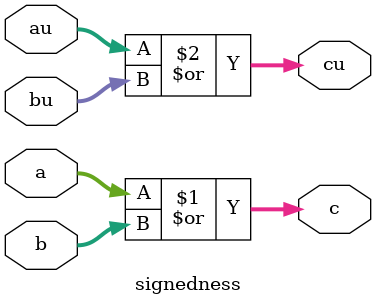
<source format=v>
module signedness(a,b,c,au,bu, cu);
  input signed [2:0] a;
  input signed [1:0] b;
  output signed [4:0] c;
  assign c = a | b;
  input [2:0] au;
  input [1:0] bu;
  output [4:0] cu;
  assign cu = au | bu;
endmodule

</source>
